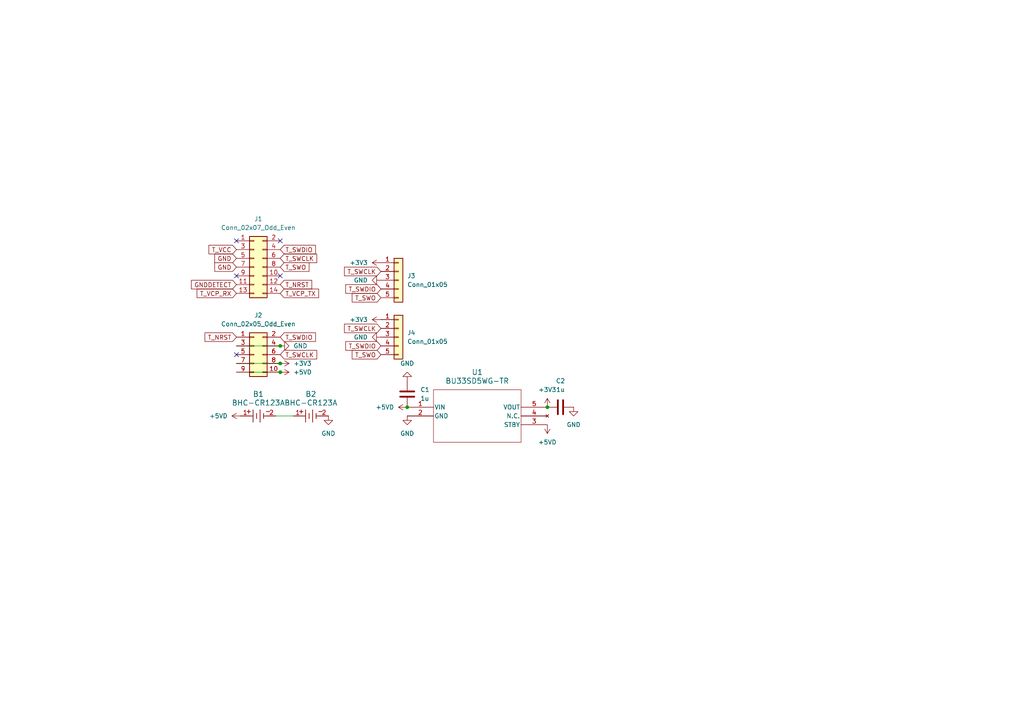
<source format=kicad_sch>
(kicad_sch (version 20231120) (generator "eeschema") (generator_version "8.0")
  (paper "A4")
  (lib_symbols
    (symbol "BHC-CR123A:BHC-CR123A" (pin_names (offset 0.254))
      (property "Reference" "B" (at 4.826 3.81 0))
      (property "Value" "BHC-CR123A" (at 4.826 -3.81 0))
      (symbol "BHC-CR123A_0_1"
        (polyline (pts (xy 1.778 1.27) (xy 2.794 1.27)) (stroke (width 0.2032)))
        (polyline (pts (xy 2.286 0.762) (xy 2.286 1.778)) (stroke (width 0.2032)))
        (polyline (pts (xy 2.54 0) (xy 3.4798 0)) (stroke (width 0.2032)))
        (polyline (pts (xy 3.556 -1.778) (xy 3.556 1.778)) (stroke (width 0.2032)))
        (polyline (pts (xy 4.572 0.762) (xy 4.572 -0.762)) (stroke (width 0.2032)))
        (polyline (pts (xy 5.588 -1.778) (xy 5.588 1.778)) (stroke (width 0.2032)))
        (polyline (pts (xy 6.604 0) (xy 7.62 0)) (stroke (width 0.2032)))
        (polyline (pts (xy 6.604 0.762) (xy 6.604 -0.762)) (stroke (width 0.2032)))
        (polyline (pts (xy 7.366 1.27) (xy 8.382 1.27)) (stroke (width 0.2032)))
      )
      (symbol "BHC-CR123A_1_1"
        (pin unspecified line (at 0 0 0) (length 2.54) (name "") (number "1"))
        (pin unspecified line (at 10.16 0 180) (length 2.54) (name "") (number "2"))
      )
    )
    (symbol "BU33SD5WG_TR:BU33SD5WG-TR" (pin_names (offset 0.254))
      (property "Reference" "U" (at 20.32 10.16 0))
      (property "Value" "BU33SD5WG-TR" (at 20.32 7.62 0))
      (symbol "BU33SD5WG-TR_0_1"
        (polyline (pts (xy 7.62 -10.16) (xy 33.02 -10.16)) (stroke (width 0.127)))
        (polyline (pts (xy 7.62 5.08) (xy 7.62 -10.16)) (stroke (width 0.127)))
        (polyline (pts (xy 33.02 -10.16) (xy 33.02 5.08)) (stroke (width 0.127)))
        (polyline (pts (xy 33.02 5.08) (xy 7.62 5.08)) (stroke (width 0.127)))
        (pin unspecified line (at 0 0 0) (length 7.62) (name "VIN") (number "1"))
        (pin power_out line (at 0 -2.54 0) (length 7.62) (name "GND") (number "2"))
        (pin unspecified line (at 40.64 -5.08 180) (length 7.62) (name "STBY") (number "3"))
        (pin no_connect line (at 40.64 -2.54 180) (length 7.62) (name "N.C.") (number "4"))
        (pin output line (at 40.64 0 180) (length 7.62) (name "VOUT") (number "5"))
      )
    )
    (symbol "Connector_Generic:Conn_01x05" (pin_names (offset 1.016) hide)
      (property "Reference" "J" (at 0 7.62 0))
      (property "Value" "Conn_01x05" (at 0 -7.62 0))
      (symbol "Conn_01x05_1_1"
        (rectangle (start -1.27 -4.953) (end 0 -5.207) (stroke (width 0.1524)))
        (rectangle (start -1.27 -2.413) (end 0 -2.667) (stroke (width 0.1524)))
        (rectangle (start -1.27 0.127) (end 0 -0.127) (stroke (width 0.1524)))
        (rectangle (start -1.27 2.667) (end 0 2.413) (stroke (width 0.1524)))
        (rectangle (start -1.27 5.207) (end 0 4.953) (stroke (width 0.1524)))
        (rectangle (start -1.27 6.35) (end 1.27 -6.35) (stroke (width 0.254)) (fill (type background)))
        (pin passive line (at -5.08 5.08 0) (length 3.81) (name "Pin_1") (number "1"))
        (pin passive line (at -5.08 2.54 0) (length 3.81) (name "Pin_2") (number "2"))
        (pin passive line (at -5.08 0 0) (length 3.81) (name "Pin_3") (number "3"))
        (pin passive line (at -5.08 -2.54 0) (length 3.81) (name "Pin_4") (number "4"))
        (pin passive line (at -5.08 -5.08 0) (length 3.81) (name "Pin_5") (number "5"))
      )
    )
    (symbol "Connector_Generic:Conn_02x05_Odd_Even" (pin_names (offset 1.016) hide)
      (property "Reference" "J" (at 1.27 7.62 0))
      (property "Value" "Conn_02x05_Odd_Even" (at 1.27 -7.62 0))
      (symbol "Conn_02x05_Odd_Even_1_1"
        (rectangle (start -1.27 -4.953) (end 0 -5.207) (stroke (width 0.1524)))
        (rectangle (start -1.27 -2.413) (end 0 -2.667) (stroke (width 0.1524)))
        (rectangle (start -1.27 0.127) (end 0 -0.127) (stroke (width 0.1524)))
        (rectangle (start -1.27 2.667) (end 0 2.413) (stroke (width 0.1524)))
        (rectangle (start -1.27 5.207) (end 0 4.953) (stroke (width 0.1524)))
        (rectangle (start -1.27 6.35) (end 3.81 -6.35) (stroke (width 0.254)) (fill (type background)))
        (rectangle (start 3.81 -4.953) (end 2.54 -5.207) (stroke (width 0.1524)))
        (rectangle (start 3.81 -2.413) (end 2.54 -2.667) (stroke (width 0.1524)))
        (rectangle (start 3.81 0.127) (end 2.54 -0.127) (stroke (width 0.1524)))
        (rectangle (start 3.81 2.667) (end 2.54 2.413) (stroke (width 0.1524)))
        (rectangle (start 3.81 5.207) (end 2.54 4.953) (stroke (width 0.1524)))
        (pin passive line (at -5.08 5.08 0) (length 3.81) (name "Pin_1") (number "1"))
        (pin passive line (at 7.62 -5.08 180) (length 3.81) (name "Pin_10") (number "10"))
        (pin passive line (at 7.62 5.08 180) (length 3.81) (name "Pin_2") (number "2"))
        (pin passive line (at -5.08 2.54 0) (length 3.81) (name "Pin_3") (number "3"))
        (pin passive line (at 7.62 2.54 180) (length 3.81) (name "Pin_4") (number "4"))
        (pin passive line (at -5.08 0 0) (length 3.81) (name "Pin_5") (number "5"))
        (pin passive line (at 7.62 0 180) (length 3.81) (name "Pin_6") (number "6"))
        (pin passive line (at -5.08 -2.54 0) (length 3.81) (name "Pin_7") (number "7"))
        (pin passive line (at 7.62 -2.54 180) (length 3.81) (name "Pin_8") (number "8"))
        (pin passive line (at -5.08 -5.08 0) (length 3.81) (name "Pin_9") (number "9"))
      )
    )
    (symbol "Connector_Generic:Conn_02x07_Odd_Even" (pin_names (offset 1.016) hide)
      (property "Reference" "J" (at 1.27 10.16 0))
      (property "Value" "Conn_02x07_Odd_Even" (at 1.27 -10.16 0))
      (symbol "Conn_02x07_Odd_Even_1_1"
        (rectangle (start -1.27 -7.493) (end 0 -7.747) (stroke (width 0.1524)))
        (rectangle (start -1.27 -4.953) (end 0 -5.207) (stroke (width 0.1524)))
        (rectangle (start -1.27 -2.413) (end 0 -2.667) (stroke (width 0.1524)))
        (rectangle (start -1.27 0.127) (end 0 -0.127) (stroke (width 0.1524)))
        (rectangle (start -1.27 2.667) (end 0 2.413) (stroke (width 0.1524)))
        (rectangle (start -1.27 5.207) (end 0 4.953) (stroke (width 0.1524)))
        (rectangle (start -1.27 7.747) (end 0 7.493) (stroke (width 0.1524)))
        (rectangle (start -1.27 8.89) (end 3.81 -8.89) (stroke (width 0.254)) (fill (type background)))
        (rectangle (start 3.81 -7.493) (end 2.54 -7.747) (stroke (width 0.1524)))
        (rectangle (start 3.81 -4.953) (end 2.54 -5.207) (stroke (width 0.1524)))
        (rectangle (start 3.81 -2.413) (end 2.54 -2.667) (stroke (width 0.1524)))
        (rectangle (start 3.81 0.127) (end 2.54 -0.127) (stroke (width 0.1524)))
        (rectangle (start 3.81 2.667) (end 2.54 2.413) (stroke (width 0.1524)))
        (rectangle (start 3.81 5.207) (end 2.54 4.953) (stroke (width 0.1524)))
        (rectangle (start 3.81 7.747) (end 2.54 7.493) (stroke (width 0.1524)))
        (pin passive line (at -5.08 7.62 0) (length 3.81) (name "Pin_1") (number "1"))
        (pin passive line (at 7.62 -2.54 180) (length 3.81) (name "Pin_10") (number "10"))
        (pin passive line (at -5.08 -5.08 0) (length 3.81) (name "Pin_11") (number "11"))
        (pin passive line (at 7.62 -5.08 180) (length 3.81) (name "Pin_12") (number "12"))
        (pin passive line (at -5.08 -7.62 0) (length 3.81) (name "Pin_13") (number "13"))
        (pin passive line (at 7.62 -7.62 180) (length 3.81) (name "Pin_14") (number "14"))
        (pin passive line (at 7.62 7.62 180) (length 3.81) (name "Pin_2") (number "2"))
        (pin passive line (at -5.08 5.08 0) (length 3.81) (name "Pin_3") (number "3"))
        (pin passive line (at 7.62 5.08 180) (length 3.81) (name "Pin_4") (number "4"))
        (pin passive line (at -5.08 2.54 0) (length 3.81) (name "Pin_5") (number "5"))
        (pin passive line (at 7.62 2.54 180) (length 3.81) (name "Pin_6") (number "6"))
        (pin passive line (at -5.08 0 0) (length 3.81) (name "Pin_7") (number "7"))
        (pin passive line (at 7.62 0 180) (length 3.81) (name "Pin_8") (number "8"))
        (pin passive line (at -5.08 -2.54 0) (length 3.81) (name "Pin_9") (number "9"))
      )
    )
    (symbol "Device:C" (pin_numbers hide) (pin_names (offset 0.254))
      (property "Reference" "C" (at 0.635 2.54 0))
      (property "Value" "C" (at 0.635 -2.54 0))
      (symbol "C_0_1"
        (polyline (pts (xy -2.032 -0.762) (xy 2.032 -0.762)) (stroke (width 0.508)))
        (polyline (pts (xy -2.032 0.762) (xy 2.032 0.762)) (stroke (width 0.508)))
      )
      (symbol "C_1_1"
        (pin passive line (at 0 3.81 270) (length 2.794) (name "~") (number "1"))
        (pin passive line (at 0 -3.81 90) (length 2.794) (name "~") (number "2"))
      )
    )
    (symbol "power:+3V3" (power) (pin_numbers hide) (pin_names (offset 0) hide)
      (property "Value" "+3V3" (at 0 3.556 0))
      (symbol "+3V3_0_1"
        (polyline (pts (xy -0.762 1.27) (xy 0 2.54)))
        (polyline (pts (xy 0 0) (xy 0 2.54)))
        (polyline (pts (xy 0 2.54) (xy 0.762 1.27)))
      )
      (symbol "+3V3_1_1"
        (pin power_in line (at 0 0 90) (length 0) (name "~") (number "1"))
      )
    )
    (symbol "power:+5VD" (power) (pin_numbers hide) (pin_names (offset 0) hide)
      (property "Value" "+5VD" (at 0 3.556 0))
      (symbol "+5VD_0_1"
        (polyline (pts (xy -0.762 1.27) (xy 0 2.54)))
        (polyline (pts (xy 0 0) (xy 0 2.54)))
        (polyline (pts (xy 0 2.54) (xy 0.762 1.27)))
      )
      (symbol "+5VD_1_1"
        (pin power_in line (at 0 0 90) (length 0) (name "~") (number "1"))
      )
    )
    (symbol "power:GND" (power) (pin_numbers hide) (pin_names (offset 0) hide)
      (property "Value" "GND" (at 0 -3.81 0))
      (symbol "GND_0_1"
        (polyline (pts (xy 0 0) (xy 0 -1.27) (xy 1.27 -1.27) (xy 0 -2.54) (xy -1.27 -1.27) (xy 0 -1.27)))
      )
      (symbol "GND_1_1"
        (pin power_in line (at 0 0 270) (length 0) (name "~") (number "1"))
      )
    )
  )
  (junction (at 118.11 118.11))
  (junction (at 81.28 100.33))
  (junction (at 81.28 105.41))
  (junction (at 158.75 118.11))
  (junction (at 81.28 107.95))
  (no_connect (at 81.28 80.01))
  (no_connect (at 81.28 69.85))
  (no_connect (at 68.58 69.85))
  (no_connect (at 68.58 80.01))
  (no_connect (at 68.58 102.87))
  (wire (pts (xy 68.58 107.95) (xy 81.28 107.95)))
  (wire (pts (xy 68.58 105.41) (xy 81.28 105.41)))
  (wire (pts (xy 80.01 120.65) (xy 85.09 120.65)))
  (wire (pts (xy 68.58 100.33) (xy 81.28 100.33)))
  (global_label "T_VCP_TX" (shape input) (at 81.28 85.09 0) (property "Intersheetrefs" "${INTERSHEET_REFS}" (effects (hide yes))))
  (global_label "T_SWDIO" (shape input) (at 81.28 72.39 0) (property "Intersheetrefs" "${INTERSHEET_REFS}" (effects (hide yes))))
  (global_label "T_SWCLK" (shape input) (at 81.28 74.93 0) (property "Intersheetrefs" "${INTERSHEET_REFS}" (effects (hide yes))))
  (global_label "T_VCC" (shape input) (at 68.58 72.39 180) (property "Intersheetrefs" "${INTERSHEET_REFS}" (effects (hide yes))))
  (global_label "T_SWO" (shape input) (at 110.49 86.36 180) (property "Intersheetrefs" "${INTERSHEET_REFS}" (effects (hide yes))))
  (global_label "GNDDETECT" (shape input) (at 68.58 82.55 180) (property "Intersheetrefs" "${INTERSHEET_REFS}" (effects (hide yes))))
  (global_label "T_NRST" (shape input) (at 81.28 82.55 0) (property "Intersheetrefs" "${INTERSHEET_REFS}" (effects (hide yes))))
  (global_label "T_SWO" (shape input) (at 81.28 77.47 0) (property "Intersheetrefs" "${INTERSHEET_REFS}" (effects (hide yes))))
  (global_label "T_SWO" (shape input) (at 110.49 102.87 180) (property "Intersheetrefs" "${INTERSHEET_REFS}" (effects (hide yes))))
  (global_label "T_SWCLK" (shape input) (at 110.49 95.25 180) (property "Intersheetrefs" "${INTERSHEET_REFS}" (effects (hide yes))))
  (global_label "T_VCP_RX" (shape input) (at 68.58 85.09 180) (property "Intersheetrefs" "${INTERSHEET_REFS}" (effects (hide yes))))
  (global_label "T_SWDIO" (shape input) (at 110.49 83.82 180) (property "Intersheetrefs" "${INTERSHEET_REFS}" (effects (hide yes))))
  (global_label "T_SWCLK" (shape input) (at 81.28 102.87 0) (property "Intersheetrefs" "${INTERSHEET_REFS}" (effects (hide yes))))
  (global_label "GND" (shape input) (at 68.58 77.47 180) (property "Intersheetrefs" "${INTERSHEET_REFS}" (effects (hide yes))))
  (global_label "T_SWCLK" (shape input) (at 110.49 78.74 180) (property "Intersheetrefs" "${INTERSHEET_REFS}" (effects (hide yes))))
  (global_label "T_NRST" (shape input) (at 68.58 97.79 180) (property "Intersheetrefs" "${INTERSHEET_REFS}" (effects (hide yes))))
  (global_label "GND" (shape input) (at 68.58 74.93 180) (property "Intersheetrefs" "${INTERSHEET_REFS}" (effects (hide yes))))
  (global_label "T_SWDIO" (shape input) (at 110.49 100.33 180) (property "Intersheetrefs" "${INTERSHEET_REFS}" (effects (hide yes))))
  (global_label "T_SWDIO" (shape input) (at 81.28 97.79 0) (property "Intersheetrefs" "${INTERSHEET_REFS}" (effects (hide yes))))
  (symbol (lib_id "power:+3V3") (at 110.49 92.71 90) (unit 1)
    (property "Reference" "#PWR06" (effects (hide yes)))
    (property "Value" "+3V3" (at 106.68 92.7099 90) (effects (justify left)))
    (property "Description" "Power symbol creates a global label with name \"+3V3\"" (effects (hide yes)))
  )
  (symbol (lib_id "power:GND") (at 118.11 120.65 0) (unit 1)
    (property "Reference" "#PWR011" (effects (hide yes)))
    (property "Value" "GND" (at 118.11 125.73 0))
    (property "Description" "Power symbol creates a global label with name \"GND\" , ground" (effects (hide yes)))
  )
  (symbol (lib_id "BHC-CR123A:BHC-CR123A") (at 69.85 120.65 0) (unit 1)
    (property "Reference" "B1" (at 74.93 114.3 0) (effects (font (size 1.524 1.524))))
    (property "Value" "BHC-CR123A" (at 74.93 116.84 0) (effects (font (size 1.524 1.524))))
    (property "Footprint" "BHC-CR123A:BHC-CR123A" (effects (hide yes)))
    (property "Datasheet" "BHC-CR123A" (effects (hide yes)))
  )
  (symbol (lib_id "power:+3V3") (at 158.75 118.11 0) (unit 1)
    (property "Reference" "#PWR012" (effects (hide yes)))
    (property "Value" "+3V3" (at 158.75 113.03 0))
    (property "Description" "Power symbol creates a global label with name \"+3V3\"" (effects (hide yes)))
  )
  (symbol (lib_id "power:+3V3") (at 81.28 105.41 270) (unit 1)
    (property "Reference" "#PWR01" (effects (hide yes)))
    (property "Value" "+3V3" (at 85.09 105.4099 90) (effects (justify left)))
    (property "Description" "Power symbol creates a global label with name \"+3V3\"" (effects (hide yes)))
  )
  (symbol (lib_id "power:GND") (at 166.37 118.11 0) (unit 1)
    (property "Reference" "#PWR014" (effects (hide yes)))
    (property "Value" "GND" (at 166.37 123.19 0))
    (property "Description" "Power symbol creates a global label with name \"GND\" , ground" (effects (hide yes)))
  )
  (symbol (lib_id "power:GND") (at 110.49 97.79 270) (unit 1)
    (property "Reference" "#PWR07" (effects (hide yes)))
    (property "Value" "GND" (at 106.68 97.7899 90) (effects (justify right)))
    (property "Description" "Power symbol creates a global label with name \"GND\" , ground" (effects (hide yes)))
  )
  (symbol (lib_id "power:GND") (at 118.11 110.49 180) (unit 1)
    (property "Reference" "#PWR013" (effects (hide yes)))
    (property "Value" "GND" (at 118.11 105.41 0))
    (property "Description" "Power symbol creates a global label with name \"GND\" , ground" (effects (hide yes)))
  )
  (symbol (lib_id "power:+3V3") (at 110.49 76.2 90) (unit 1)
    (property "Reference" "#PWR04" (effects (hide yes)))
    (property "Value" "+3V3" (at 106.68 76.1999 90) (effects (justify left)))
    (property "Description" "Power symbol creates a global label with name \"+3V3\"" (effects (hide yes)))
  )
  (symbol (lib_id "BU33SD5WG_TR:BU33SD5WG-TR") (at 118.11 118.11 0) (unit 1)
    (property "Reference" "U1" (at 138.43 107.95 0) (effects (font (size 1.524 1.524))))
    (property "Value" "BU33SD5WG-TR" (at 138.43 110.49 0) (effects (font (size 1.524 1.524))))
    (property "Footprint" "BU33SD5WG_TR:SSOP5_ROM" (effects (hide yes)))
    (property "Datasheet" "BU33SD5WG-TR" (effects (hide yes)))
  )
  (symbol (lib_id "power:+5VD") (at 118.11 118.11 90) (unit 1)
    (property "Reference" "#PWR010" (effects (hide yes)))
    (property "Value" "+5VD" (at 114.3 118.1099 90) (effects (justify left)))
    (property "Description" "Power symbol creates a global label with name \"+5VD\"" (effects (hide yes)))
  )
  (symbol (lib_id "BHC-CR123A:BHC-CR123A") (at 85.09 120.65 0) (unit 1)
    (property "Reference" "B2" (at 90.17 114.3 0) (effects (font (size 1.524 1.524))))
    (property "Value" "BHC-CR123A" (at 90.17 116.84 0) (effects (font (size 1.524 1.524))))
    (property "Footprint" "BHC-CR123A:BHC-CR123A" (effects (hide yes)))
    (property "Datasheet" "BHC-CR123A" (effects (hide yes)))
  )
  (symbol (lib_id "Connector_Generic:Conn_01x05") (at 115.57 81.28 0) (unit 1)
    (property "Reference" "J3" (at 118.11 80.0099 0) (effects (justify left)))
    (property "Value" "Conn_01x05" (at 118.11 82.5499 0) (effects (justify left)))
    (property "Footprint" "Connector_JST:JST_XH_B5B-XH-A_1x05_P2.50mm_Vertical" (effects (hide yes)))
    (property "Description" "Generic connector, single row, 01x05, script generated (kicad-library-utils/schlib/autogen/connector/)" (effects (hide yes)))
  )
  (symbol (lib_id "Connector_Generic:Conn_02x07_Odd_Even") (at 73.66 77.47 0) (unit 1)
    (property "Reference" "J1" (at 74.93 63.5 0))
    (property "Value" "Conn_02x07_Odd_Even" (at 74.93 66.04 0))
    (property "Footprint" "3220-14-0100-00:CONN14_3220-14_CNC" (effects (hide yes)))
    (property "Description" "Generic connector, double row, 02x07, odd/even pin numbering scheme (row 1 odd numbers, row 2 even numbers), script generated (kicad-library-utils/schlib/autogen/connector/)" (effects (hide yes)))
  )
  (symbol (lib_id "power:GND") (at 81.28 100.33 90) (unit 1)
    (property "Reference" "#PWR03" (effects (hide yes)))
    (property "Value" "GND" (at 85.09 100.3299 90) (effects (justify right)))
    (property "Description" "Power symbol creates a global label with name \"GND\" , ground" (effects (hide yes)))
  )
  (symbol (lib_id "power:+5VD") (at 81.28 107.95 270) (unit 1)
    (property "Reference" "#PWR02" (effects (hide yes)))
    (property "Value" "+5VD" (at 85.09 107.9499 90) (effects (justify left)))
    (property "Description" "Power symbol creates a global label with name \"+5VD\"" (effects (hide yes)))
  )
  (symbol (lib_id "power:GND") (at 110.49 81.28 270) (unit 1)
    (property "Reference" "#PWR05" (effects (hide yes)))
    (property "Value" "GND" (at 106.68 81.2799 90) (effects (justify right)))
    (property "Description" "Power symbol creates a global label with name \"GND\" , ground" (effects (hide yes)))
  )
  (symbol (lib_id "Device:C") (at 162.56 118.11 90) (unit 1)
    (property "Reference" "C2" (at 162.56 110.49 90))
    (property "Value" "1u" (at 162.56 113.03 90))
    (property "Footprint" "Capacitor_SMD:C_0603_1608Metric" (effects (hide yes)))
    (property "Description" "Unpolarized capacitor" (effects (hide yes)))
  )
  (symbol (lib_id "power:+5VD") (at 158.75 123.19 180) (unit 1)
    (property "Reference" "#PWR015" (effects (hide yes)))
    (property "Value" "+5VD" (at 158.75 128.27 0))
    (property "Description" "Power symbol creates a global label with name \"+5VD\"" (effects (hide yes)))
  )
  (symbol (lib_id "Connector_Generic:Conn_01x05") (at 115.57 97.79 0) (unit 1)
    (property "Reference" "J4" (at 118.11 96.5199 0) (effects (justify left)))
    (property "Value" "Conn_01x05" (at 118.11 99.0599 0) (effects (justify left)))
    (property "Footprint" "Connector_JST:JST_PH_B5B-PH-K_1x05_P2.00mm_Vertical" (effects (hide yes)))
    (property "Description" "Generic connector, single row, 01x05, script generated (kicad-library-utils/schlib/autogen/connector/)" (effects (hide yes)))
  )
  (symbol (lib_id "power:GND") (at 95.25 120.65 0) (unit 1)
    (property "Reference" "#PWR09" (effects (hide yes)))
    (property "Value" "GND" (at 95.25 125.73 0))
    (property "Description" "Power symbol creates a global label with name \"GND\" , ground" (effects (hide yes)))
  )
  (symbol (lib_id "Device:C") (at 118.11 114.3 0) (unit 1)
    (property "Reference" "C1" (at 121.92 113.0299 0) (effects (justify left)))
    (property "Value" "1u" (at 121.92 115.5699 0) (effects (justify left)))
    (property "Footprint" "Capacitor_SMD:C_0603_1608Metric" (effects (hide yes)))
    (property "Description" "Unpolarized capacitor" (effects (hide yes)))
  )
  (symbol (lib_id "power:+5VD") (at 69.85 120.65 90) (unit 1)
    (property "Reference" "#PWR08" (effects (hide yes)))
    (property "Value" "+5VD" (at 66.04 120.6499 90) (effects (justify left)))
    (property "Description" "Power symbol creates a global label with name \"+5VD\"" (effects (hide yes)))
  )
  (symbol (lib_id "Connector_Generic:Conn_02x05_Odd_Even") (at 73.66 102.87 0) (unit 1)
    (property "Reference" "J2" (at 74.93 91.44 0))
    (property "Value" "Conn_02x05_Odd_Even" (at 74.93 93.98 0))
    (property "Footprint" "Connector_IDC:IDC-Header_2x05_P2.54mm_Vertical" (effects (hide yes)))
    (property "Description" "Generic connector, double row, 02x05, odd/even pin numbering scheme (row 1 odd numbers, row 2 even numbers), script generated (kicad-library-utils/schlib/autogen/connector/)" (effects (hide yes)))
  )
)
</source>
